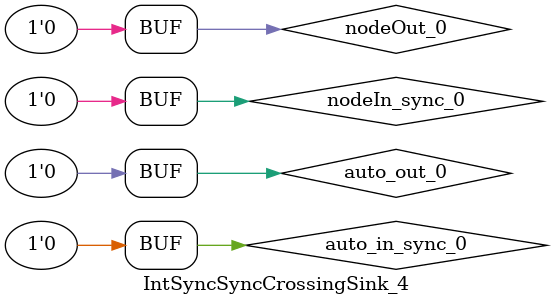
<source format=sv>
`ifndef RANDOMIZE
  `ifdef RANDOMIZE_MEM_INIT
    `define RANDOMIZE
  `endif // RANDOMIZE_MEM_INIT
`endif // not def RANDOMIZE
`ifndef RANDOMIZE
  `ifdef RANDOMIZE_REG_INIT
    `define RANDOMIZE
  `endif // RANDOMIZE_REG_INIT
`endif // not def RANDOMIZE

`ifndef RANDOM
  `define RANDOM $random
`endif // not def RANDOM

// Users can define INIT_RANDOM as general code that gets injected into the
// initializer block for modules with registers.
`ifndef INIT_RANDOM
  `define INIT_RANDOM
`endif // not def INIT_RANDOM

// If using random initialization, you can also define RANDOMIZE_DELAY to
// customize the delay used, otherwise 0.002 is used.
`ifndef RANDOMIZE_DELAY
  `define RANDOMIZE_DELAY 0.002
`endif // not def RANDOMIZE_DELAY

// Define INIT_RANDOM_PROLOG_ for use in our modules below.
`ifndef INIT_RANDOM_PROLOG_
  `ifdef RANDOMIZE
    `ifdef VERILATOR
      `define INIT_RANDOM_PROLOG_ `INIT_RANDOM
    `else  // VERILATOR
      `define INIT_RANDOM_PROLOG_ `INIT_RANDOM #`RANDOMIZE_DELAY begin end
    `endif // VERILATOR
  `else  // RANDOMIZE
    `define INIT_RANDOM_PROLOG_
  `endif // RANDOMIZE
`endif // not def INIT_RANDOM_PROLOG_

// Include register initializers in init blocks unless synthesis is set
`ifndef SYNTHESIS
  `ifndef ENABLE_INITIAL_REG_
    `define ENABLE_INITIAL_REG_
  `endif // not def ENABLE_INITIAL_REG_
`endif // not def SYNTHESIS

// Include rmemory initializers in init blocks unless synthesis is set
`ifndef SYNTHESIS
  `ifndef ENABLE_INITIAL_MEM_
    `define ENABLE_INITIAL_MEM_
  `endif // not def ENABLE_INITIAL_MEM_
`endif // not def SYNTHESIS

// Standard header to adapt well known macros for prints and assertions.

// Users can define 'PRINTF_COND' to add an extra gate to prints.
`ifndef PRINTF_COND_
  `ifdef PRINTF_COND
    `define PRINTF_COND_ (`PRINTF_COND)
  `else  // PRINTF_COND
    `define PRINTF_COND_ 1
  `endif // PRINTF_COND
`endif // not def PRINTF_COND_

// Users can define 'ASSERT_VERBOSE_COND' to add an extra gate to assert error printing.
`ifndef ASSERT_VERBOSE_COND_
  `ifdef ASSERT_VERBOSE_COND
    `define ASSERT_VERBOSE_COND_ (`ASSERT_VERBOSE_COND)
  `else  // ASSERT_VERBOSE_COND
    `define ASSERT_VERBOSE_COND_ 1
  `endif // ASSERT_VERBOSE_COND
`endif // not def ASSERT_VERBOSE_COND_

// Users can define 'STOP_COND' to add an extra gate to stop conditions.
`ifndef STOP_COND_
  `ifdef STOP_COND
    `define STOP_COND_ (`STOP_COND)
  `else  // STOP_COND
    `define STOP_COND_ 1
  `endif // STOP_COND
`endif // not def STOP_COND_

module IntSyncSyncCrossingSink_4();
  wire auto_in_sync_0 = 1'h0;	// src/main/scala/diplomacy/LazyModule.scala:374:18, src/main/scala/diplomacy/Nodes.scala:1205:17, :1214:17
  wire auto_out_0 = 1'h0;	// src/main/scala/diplomacy/LazyModule.scala:374:18, src/main/scala/diplomacy/Nodes.scala:1205:17, :1214:17
  wire nodeIn_sync_0 = 1'h0;	// src/main/scala/diplomacy/LazyModule.scala:374:18, src/main/scala/diplomacy/Nodes.scala:1205:17, :1214:17
  wire nodeOut_0 = 1'h0;	// src/main/scala/diplomacy/LazyModule.scala:374:18, src/main/scala/diplomacy/Nodes.scala:1205:17, :1214:17
endmodule


</source>
